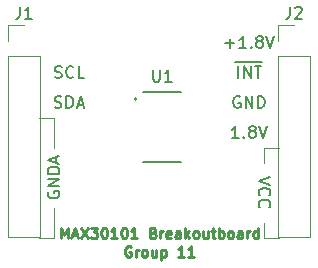
<source format=gbr>
G04 #@! TF.GenerationSoftware,KiCad,Pcbnew,5.1.4-e60b266~84~ubuntu18.04.1*
G04 #@! TF.CreationDate,2019-11-06T14:59:00-05:00*
G04 #@! TF.ProjectId,HRSensorDevBoard,48525365-6e73-46f7-9244-6576426f6172,rev?*
G04 #@! TF.SameCoordinates,Original*
G04 #@! TF.FileFunction,Legend,Top*
G04 #@! TF.FilePolarity,Positive*
%FSLAX46Y46*%
G04 Gerber Fmt 4.6, Leading zero omitted, Abs format (unit mm)*
G04 Created by KiCad (PCBNEW 5.1.4-e60b266~84~ubuntu18.04.1) date 2019-11-06 14:59:00*
%MOMM*%
%LPD*%
G04 APERTURE LIST*
%ADD10C,0.222250*%
%ADD11C,0.150000*%
%ADD12C,0.120000*%
%ADD13C,0.152400*%
G04 APERTURE END LIST*
D10*
X3132666Y-1338791D02*
X3132666Y-449791D01*
X3428999Y-1084791D01*
X3725333Y-449791D01*
X3725333Y-1338791D01*
X4106333Y-1084791D02*
X4529666Y-1084791D01*
X4021666Y-1338791D02*
X4317999Y-449791D01*
X4614333Y-1338791D01*
X4825999Y-449791D02*
X5418666Y-1338791D01*
X5418666Y-449791D02*
X4825999Y-1338791D01*
X5672666Y-449791D02*
X6222999Y-449791D01*
X5926666Y-788458D01*
X6053666Y-788458D01*
X6138333Y-830791D01*
X6180666Y-873125D01*
X6222999Y-957791D01*
X6222999Y-1169458D01*
X6180666Y-1254125D01*
X6138333Y-1296458D01*
X6053666Y-1338791D01*
X5799666Y-1338791D01*
X5714999Y-1296458D01*
X5672666Y-1254125D01*
X6773333Y-449791D02*
X6857999Y-449791D01*
X6942666Y-492125D01*
X6984999Y-534458D01*
X7027333Y-619125D01*
X7069666Y-788458D01*
X7069666Y-1000125D01*
X7027333Y-1169458D01*
X6984999Y-1254125D01*
X6942666Y-1296458D01*
X6857999Y-1338791D01*
X6773333Y-1338791D01*
X6688666Y-1296458D01*
X6646333Y-1254125D01*
X6603999Y-1169458D01*
X6561666Y-1000125D01*
X6561666Y-788458D01*
X6603999Y-619125D01*
X6646333Y-534458D01*
X6688666Y-492125D01*
X6773333Y-449791D01*
X7916333Y-1338791D02*
X7408333Y-1338791D01*
X7662333Y-1338791D02*
X7662333Y-449791D01*
X7577666Y-576791D01*
X7492999Y-661458D01*
X7408333Y-703791D01*
X8466666Y-449791D02*
X8551333Y-449791D01*
X8635999Y-492125D01*
X8678333Y-534458D01*
X8720666Y-619125D01*
X8762999Y-788458D01*
X8762999Y-1000125D01*
X8720666Y-1169458D01*
X8678333Y-1254125D01*
X8635999Y-1296458D01*
X8551333Y-1338791D01*
X8466666Y-1338791D01*
X8381999Y-1296458D01*
X8339666Y-1254125D01*
X8297333Y-1169458D01*
X8254999Y-1000125D01*
X8254999Y-788458D01*
X8297333Y-619125D01*
X8339666Y-534458D01*
X8381999Y-492125D01*
X8466666Y-449791D01*
X9609666Y-1338791D02*
X9101666Y-1338791D01*
X9355666Y-1338791D02*
X9355666Y-449791D01*
X9271000Y-576791D01*
X9186333Y-661458D01*
X9101666Y-703791D01*
X10964333Y-873125D02*
X11091333Y-915458D01*
X11133666Y-957791D01*
X11176000Y-1042458D01*
X11176000Y-1169458D01*
X11133666Y-1254125D01*
X11091333Y-1296458D01*
X11006666Y-1338791D01*
X10668000Y-1338791D01*
X10668000Y-449791D01*
X10964333Y-449791D01*
X11048999Y-492125D01*
X11091333Y-534458D01*
X11133666Y-619125D01*
X11133666Y-703791D01*
X11091333Y-788458D01*
X11048999Y-830791D01*
X10964333Y-873125D01*
X10668000Y-873125D01*
X11556999Y-1338791D02*
X11556999Y-746125D01*
X11556999Y-915458D02*
X11599333Y-830791D01*
X11641666Y-788458D01*
X11726333Y-746125D01*
X11810999Y-746125D01*
X12446000Y-1296458D02*
X12361333Y-1338791D01*
X12192000Y-1338791D01*
X12107333Y-1296458D01*
X12065000Y-1211791D01*
X12065000Y-873125D01*
X12107333Y-788458D01*
X12192000Y-746125D01*
X12361333Y-746125D01*
X12446000Y-788458D01*
X12488333Y-873125D01*
X12488333Y-957791D01*
X12065000Y-1042458D01*
X13250333Y-1338791D02*
X13250333Y-873125D01*
X13208000Y-788458D01*
X13123333Y-746125D01*
X12954000Y-746125D01*
X12869333Y-788458D01*
X13250333Y-1296458D02*
X13165666Y-1338791D01*
X12954000Y-1338791D01*
X12869333Y-1296458D01*
X12827000Y-1211791D01*
X12827000Y-1127125D01*
X12869333Y-1042458D01*
X12954000Y-1000125D01*
X13165666Y-1000125D01*
X13250333Y-957791D01*
X13673666Y-1338791D02*
X13673666Y-449791D01*
X13758333Y-1000125D02*
X14012333Y-1338791D01*
X14012333Y-746125D02*
X13673666Y-1084791D01*
X14520333Y-1338791D02*
X14435666Y-1296458D01*
X14393333Y-1254125D01*
X14351000Y-1169458D01*
X14351000Y-915458D01*
X14393333Y-830791D01*
X14435666Y-788458D01*
X14520333Y-746125D01*
X14647333Y-746125D01*
X14732000Y-788458D01*
X14774333Y-830791D01*
X14816666Y-915458D01*
X14816666Y-1169458D01*
X14774333Y-1254125D01*
X14732000Y-1296458D01*
X14647333Y-1338791D01*
X14520333Y-1338791D01*
X15578666Y-746125D02*
X15578666Y-1338791D01*
X15197666Y-746125D02*
X15197666Y-1211791D01*
X15240000Y-1296458D01*
X15324666Y-1338791D01*
X15451666Y-1338791D01*
X15536333Y-1296458D01*
X15578666Y-1254125D01*
X15875000Y-746125D02*
X16213666Y-746125D01*
X16002000Y-449791D02*
X16002000Y-1211791D01*
X16044333Y-1296458D01*
X16129000Y-1338791D01*
X16213666Y-1338791D01*
X16510000Y-1338791D02*
X16510000Y-449791D01*
X16510000Y-788458D02*
X16594666Y-746125D01*
X16764000Y-746125D01*
X16848666Y-788458D01*
X16891000Y-830791D01*
X16933333Y-915458D01*
X16933333Y-1169458D01*
X16891000Y-1254125D01*
X16848666Y-1296458D01*
X16764000Y-1338791D01*
X16594666Y-1338791D01*
X16510000Y-1296458D01*
X17441333Y-1338791D02*
X17356666Y-1296458D01*
X17314333Y-1254125D01*
X17272000Y-1169458D01*
X17272000Y-915458D01*
X17314333Y-830791D01*
X17356666Y-788458D01*
X17441333Y-746125D01*
X17568333Y-746125D01*
X17653000Y-788458D01*
X17695333Y-830791D01*
X17737666Y-915458D01*
X17737666Y-1169458D01*
X17695333Y-1254125D01*
X17653000Y-1296458D01*
X17568333Y-1338791D01*
X17441333Y-1338791D01*
X18499666Y-1338791D02*
X18499666Y-873125D01*
X18457333Y-788458D01*
X18372666Y-746125D01*
X18203333Y-746125D01*
X18118666Y-788458D01*
X18499666Y-1296458D02*
X18415000Y-1338791D01*
X18203333Y-1338791D01*
X18118666Y-1296458D01*
X18076333Y-1211791D01*
X18076333Y-1127125D01*
X18118666Y-1042458D01*
X18203333Y-1000125D01*
X18415000Y-1000125D01*
X18499666Y-957791D01*
X18923000Y-1338791D02*
X18923000Y-746125D01*
X18923000Y-915458D02*
X18965333Y-830791D01*
X19007666Y-788458D01*
X19092333Y-746125D01*
X19177000Y-746125D01*
X19854333Y-1338791D02*
X19854333Y-449791D01*
X19854333Y-1296458D02*
X19769666Y-1338791D01*
X19600333Y-1338791D01*
X19515666Y-1296458D01*
X19473333Y-1254125D01*
X19431000Y-1169458D01*
X19431000Y-915458D01*
X19473333Y-830791D01*
X19515666Y-788458D01*
X19600333Y-746125D01*
X19769666Y-746125D01*
X19854333Y-788458D01*
X9059333Y-2047875D02*
X8974666Y-2005541D01*
X8847666Y-2005541D01*
X8720666Y-2047875D01*
X8636000Y-2132541D01*
X8593666Y-2217208D01*
X8551333Y-2386541D01*
X8551333Y-2513541D01*
X8593666Y-2682875D01*
X8636000Y-2767541D01*
X8720666Y-2852208D01*
X8847666Y-2894541D01*
X8932333Y-2894541D01*
X9059333Y-2852208D01*
X9101666Y-2809875D01*
X9101666Y-2513541D01*
X8932333Y-2513541D01*
X9482666Y-2894541D02*
X9482666Y-2301875D01*
X9482666Y-2471208D02*
X9525000Y-2386541D01*
X9567333Y-2344208D01*
X9652000Y-2301875D01*
X9736666Y-2301875D01*
X10160000Y-2894541D02*
X10075333Y-2852208D01*
X10033000Y-2809875D01*
X9990666Y-2725208D01*
X9990666Y-2471208D01*
X10033000Y-2386541D01*
X10075333Y-2344208D01*
X10160000Y-2301875D01*
X10287000Y-2301875D01*
X10371666Y-2344208D01*
X10414000Y-2386541D01*
X10456333Y-2471208D01*
X10456333Y-2725208D01*
X10414000Y-2809875D01*
X10371666Y-2852208D01*
X10287000Y-2894541D01*
X10160000Y-2894541D01*
X11218333Y-2301875D02*
X11218333Y-2894541D01*
X10837333Y-2301875D02*
X10837333Y-2767541D01*
X10879666Y-2852208D01*
X10964333Y-2894541D01*
X11091333Y-2894541D01*
X11176000Y-2852208D01*
X11218333Y-2809875D01*
X11641666Y-2301875D02*
X11641666Y-3190875D01*
X11641666Y-2344208D02*
X11726333Y-2301875D01*
X11895666Y-2301875D01*
X11980333Y-2344208D01*
X12022666Y-2386541D01*
X12065000Y-2471208D01*
X12065000Y-2725208D01*
X12022666Y-2809875D01*
X11980333Y-2852208D01*
X11895666Y-2894541D01*
X11726333Y-2894541D01*
X11641666Y-2852208D01*
X13589000Y-2894541D02*
X13081000Y-2894541D01*
X13335000Y-2894541D02*
X13335000Y-2005541D01*
X13250333Y-2132541D01*
X13165666Y-2217208D01*
X13081000Y-2259541D01*
X14435666Y-2894541D02*
X13927666Y-2894541D01*
X14181666Y-2894541D02*
X14181666Y-2005541D01*
X14097000Y-2132541D01*
X14012333Y-2217208D01*
X13927666Y-2259541D01*
D11*
X17050000Y15168571D02*
X17811904Y15168571D01*
X17430952Y14787619D02*
X17430952Y15549523D01*
X18811904Y14787619D02*
X18240476Y14787619D01*
X18526190Y14787619D02*
X18526190Y15787619D01*
X18430952Y15644761D01*
X18335714Y15549523D01*
X18240476Y15501904D01*
X19240476Y14882857D02*
X19288095Y14835238D01*
X19240476Y14787619D01*
X19192857Y14835238D01*
X19240476Y14882857D01*
X19240476Y14787619D01*
X19859523Y15359047D02*
X19764285Y15406666D01*
X19716666Y15454285D01*
X19669047Y15549523D01*
X19669047Y15597142D01*
X19716666Y15692380D01*
X19764285Y15740000D01*
X19859523Y15787619D01*
X20050000Y15787619D01*
X20145238Y15740000D01*
X20192857Y15692380D01*
X20240476Y15597142D01*
X20240476Y15549523D01*
X20192857Y15454285D01*
X20145238Y15406666D01*
X20050000Y15359047D01*
X19859523Y15359047D01*
X19764285Y15311428D01*
X19716666Y15263809D01*
X19669047Y15168571D01*
X19669047Y14978095D01*
X19716666Y14882857D01*
X19764285Y14835238D01*
X19859523Y14787619D01*
X20050000Y14787619D01*
X20145238Y14835238D01*
X20192857Y14882857D01*
X20240476Y14978095D01*
X20240476Y15168571D01*
X20192857Y15263809D01*
X20145238Y15311428D01*
X20050000Y15359047D01*
X20526190Y15787619D02*
X20859523Y14787619D01*
X21192857Y15787619D01*
X17907142Y13615000D02*
X18383333Y13615000D01*
X18145238Y12247619D02*
X18145238Y13247619D01*
X18383333Y13615000D02*
X19430952Y13615000D01*
X18621428Y12247619D02*
X18621428Y13247619D01*
X19192857Y12247619D01*
X19192857Y13247619D01*
X19430952Y13615000D02*
X20192857Y13615000D01*
X19526190Y13247619D02*
X20097619Y13247619D01*
X19811904Y12247619D02*
X19811904Y13247619D01*
X18288095Y10660000D02*
X18192857Y10707619D01*
X18050000Y10707619D01*
X17907142Y10660000D01*
X17811904Y10564761D01*
X17764285Y10469523D01*
X17716666Y10279047D01*
X17716666Y10136190D01*
X17764285Y9945714D01*
X17811904Y9850476D01*
X17907142Y9755238D01*
X18050000Y9707619D01*
X18145238Y9707619D01*
X18288095Y9755238D01*
X18335714Y9802857D01*
X18335714Y10136190D01*
X18145238Y10136190D01*
X18764285Y9707619D02*
X18764285Y10707619D01*
X19335714Y9707619D01*
X19335714Y10707619D01*
X19811904Y9707619D02*
X19811904Y10707619D01*
X20050000Y10707619D01*
X20192857Y10660000D01*
X20288095Y10564761D01*
X20335714Y10469523D01*
X20383333Y10279047D01*
X20383333Y10136190D01*
X20335714Y9945714D01*
X20288095Y9850476D01*
X20192857Y9755238D01*
X20050000Y9707619D01*
X19811904Y9707619D01*
X18192857Y7167619D02*
X17621428Y7167619D01*
X17907142Y7167619D02*
X17907142Y8167619D01*
X17811904Y8024761D01*
X17716666Y7929523D01*
X17621428Y7881904D01*
X18621428Y7262857D02*
X18669047Y7215238D01*
X18621428Y7167619D01*
X18573809Y7215238D01*
X18621428Y7262857D01*
X18621428Y7167619D01*
X19240476Y7739047D02*
X19145238Y7786666D01*
X19097619Y7834285D01*
X19050000Y7929523D01*
X19050000Y7977142D01*
X19097619Y8072380D01*
X19145238Y8120000D01*
X19240476Y8167619D01*
X19430952Y8167619D01*
X19526190Y8120000D01*
X19573809Y8072380D01*
X19621428Y7977142D01*
X19621428Y7929523D01*
X19573809Y7834285D01*
X19526190Y7786666D01*
X19430952Y7739047D01*
X19240476Y7739047D01*
X19145238Y7691428D01*
X19097619Y7643809D01*
X19050000Y7548571D01*
X19050000Y7358095D01*
X19097619Y7262857D01*
X19145238Y7215238D01*
X19240476Y7167619D01*
X19430952Y7167619D01*
X19526190Y7215238D01*
X19573809Y7262857D01*
X19621428Y7358095D01*
X19621428Y7548571D01*
X19573809Y7643809D01*
X19526190Y7691428D01*
X19430952Y7739047D01*
X19907142Y8167619D02*
X20240476Y7167619D01*
X20573809Y8167619D01*
X20867619Y3873333D02*
X19867619Y3540000D01*
X20867619Y3206666D01*
X19962857Y2301904D02*
X19915238Y2349523D01*
X19867619Y2492380D01*
X19867619Y2587619D01*
X19915238Y2730476D01*
X20010476Y2825714D01*
X20105714Y2873333D01*
X20296190Y2920952D01*
X20439047Y2920952D01*
X20629523Y2873333D01*
X20724761Y2825714D01*
X20820000Y2730476D01*
X20867619Y2587619D01*
X20867619Y2492380D01*
X20820000Y2349523D01*
X20772380Y2301904D01*
X19962857Y1301904D02*
X19915238Y1349523D01*
X19867619Y1492380D01*
X19867619Y1587619D01*
X19915238Y1730476D01*
X20010476Y1825714D01*
X20105714Y1873333D01*
X20296190Y1920952D01*
X20439047Y1920952D01*
X20629523Y1873333D01*
X20724761Y1825714D01*
X20820000Y1730476D01*
X20867619Y1587619D01*
X20867619Y1492380D01*
X20820000Y1349523D01*
X20772380Y1301904D01*
D12*
X20320000Y-1270000D02*
X20320000Y0D01*
X20320000Y-1270000D02*
X21590000Y-1270000D01*
X20320000Y6350000D02*
X20320000Y5080000D01*
X21590000Y6350000D02*
X20320000Y6350000D01*
D11*
X2619523Y12295238D02*
X2762380Y12247619D01*
X3000476Y12247619D01*
X3095714Y12295238D01*
X3143333Y12342857D01*
X3190952Y12438095D01*
X3190952Y12533333D01*
X3143333Y12628571D01*
X3095714Y12676190D01*
X3000476Y12723809D01*
X2810000Y12771428D01*
X2714761Y12819047D01*
X2667142Y12866666D01*
X2619523Y12961904D01*
X2619523Y13057142D01*
X2667142Y13152380D01*
X2714761Y13200000D01*
X2810000Y13247619D01*
X3048095Y13247619D01*
X3190952Y13200000D01*
X4190952Y12342857D02*
X4143333Y12295238D01*
X4000476Y12247619D01*
X3905238Y12247619D01*
X3762380Y12295238D01*
X3667142Y12390476D01*
X3619523Y12485714D01*
X3571904Y12676190D01*
X3571904Y12819047D01*
X3619523Y13009523D01*
X3667142Y13104761D01*
X3762380Y13200000D01*
X3905238Y13247619D01*
X4000476Y13247619D01*
X4143333Y13200000D01*
X4190952Y13152380D01*
X5095714Y12247619D02*
X4619523Y12247619D01*
X4619523Y13247619D01*
X2595714Y9755238D02*
X2738571Y9707619D01*
X2976666Y9707619D01*
X3071904Y9755238D01*
X3119523Y9802857D01*
X3167142Y9898095D01*
X3167142Y9993333D01*
X3119523Y10088571D01*
X3071904Y10136190D01*
X2976666Y10183809D01*
X2786190Y10231428D01*
X2690952Y10279047D01*
X2643333Y10326666D01*
X2595714Y10421904D01*
X2595714Y10517142D01*
X2643333Y10612380D01*
X2690952Y10660000D01*
X2786190Y10707619D01*
X3024285Y10707619D01*
X3167142Y10660000D01*
X3595714Y9707619D02*
X3595714Y10707619D01*
X3833809Y10707619D01*
X3976666Y10660000D01*
X4071904Y10564761D01*
X4119523Y10469523D01*
X4167142Y10279047D01*
X4167142Y10136190D01*
X4119523Y9945714D01*
X4071904Y9850476D01*
X3976666Y9755238D01*
X3833809Y9707619D01*
X3595714Y9707619D01*
X4548095Y9993333D02*
X5024285Y9993333D01*
X4452857Y9707619D02*
X4786190Y10707619D01*
X5119523Y9707619D01*
X2040000Y2619523D02*
X1992380Y2524285D01*
X1992380Y2381428D01*
X2040000Y2238571D01*
X2135238Y2143333D01*
X2230476Y2095714D01*
X2420952Y2048095D01*
X2563809Y2048095D01*
X2754285Y2095714D01*
X2849523Y2143333D01*
X2944761Y2238571D01*
X2992380Y2381428D01*
X2992380Y2476666D01*
X2944761Y2619523D01*
X2897142Y2667142D01*
X2563809Y2667142D01*
X2563809Y2476666D01*
X2992380Y3095714D02*
X1992380Y3095714D01*
X2992380Y3667142D01*
X1992380Y3667142D01*
X2992380Y4143333D02*
X1992380Y4143333D01*
X1992380Y4381428D01*
X2040000Y4524285D01*
X2135238Y4619523D01*
X2230476Y4667142D01*
X2420952Y4714761D01*
X2563809Y4714761D01*
X2754285Y4667142D01*
X2849523Y4619523D01*
X2944761Y4524285D01*
X2992380Y4381428D01*
X2992380Y4143333D01*
X2706666Y5095714D02*
X2706666Y5571904D01*
X2992380Y5000476D02*
X1992380Y5333809D01*
X2992380Y5667142D01*
D12*
X2540000Y-1270000D02*
X2540000Y1270000D01*
X2540000Y-1270000D02*
X1270000Y-1270000D01*
X2540000Y8890000D02*
X2540000Y6350000D01*
X1270000Y8890000D02*
X2540000Y8890000D01*
X-1330000Y16720000D02*
X0Y16720000D01*
X-1330000Y15390000D02*
X-1330000Y16720000D01*
X-1330000Y14120000D02*
X1330000Y14120000D01*
X1330000Y14120000D02*
X1330000Y-1180000D01*
X-1330000Y14120000D02*
X-1330000Y-1180000D01*
X-1330000Y-1180000D02*
X1330000Y-1180000D01*
X21530000Y-1180000D02*
X24190000Y-1180000D01*
X21530000Y14120000D02*
X21530000Y-1180000D01*
X24190000Y14120000D02*
X24190000Y-1180000D01*
X21530000Y14120000D02*
X24190000Y14120000D01*
X21530000Y15390000D02*
X21530000Y16720000D01*
X21530000Y16720000D02*
X22860000Y16720000D01*
D13*
X10113200Y5108200D02*
X13262800Y5108200D01*
X13262800Y11051800D02*
X10113200Y11051800D01*
X9510000Y10480000D02*
G75*
G03X9510000Y10480000I-76200J0D01*
G01*
D11*
X-333333Y18267619D02*
X-333333Y17553333D01*
X-380952Y17410476D01*
X-476190Y17315238D01*
X-619047Y17267619D01*
X-714285Y17267619D01*
X666666Y17267619D02*
X95238Y17267619D01*
X380952Y17267619D02*
X380952Y18267619D01*
X285714Y18124761D01*
X190476Y18029523D01*
X95238Y17981904D01*
X22526666Y18267619D02*
X22526666Y17553333D01*
X22479047Y17410476D01*
X22383809Y17315238D01*
X22240952Y17267619D01*
X22145714Y17267619D01*
X22955238Y18172380D02*
X23002857Y18220000D01*
X23098095Y18267619D01*
X23336190Y18267619D01*
X23431428Y18220000D01*
X23479047Y18172380D01*
X23526666Y18077142D01*
X23526666Y17981904D01*
X23479047Y17839047D01*
X22907619Y17267619D01*
X23526666Y17267619D01*
X10926095Y12945619D02*
X10926095Y12136095D01*
X10973714Y12040857D01*
X11021333Y11993238D01*
X11116571Y11945619D01*
X11307047Y11945619D01*
X11402285Y11993238D01*
X11449904Y12040857D01*
X11497523Y12136095D01*
X11497523Y12945619D01*
X12497523Y11945619D02*
X11926095Y11945619D01*
X12211809Y11945619D02*
X12211809Y12945619D01*
X12116571Y12802761D01*
X12021333Y12707523D01*
X11926095Y12659904D01*
M02*

</source>
